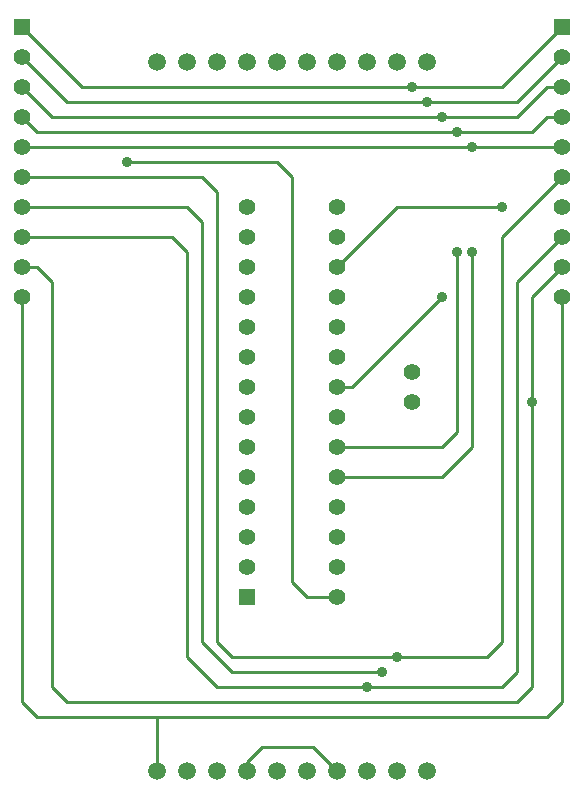
<source format=gtl>
G04 (created by PCBNEW (2013-07-07 BZR 4022)-stable) date 9/9/2014 6:41:59 PM*
%MOIN*%
G04 Gerber Fmt 3.4, Leading zero omitted, Abs format*
%FSLAX34Y34*%
G01*
G70*
G90*
G04 APERTURE LIST*
%ADD10C,0.00590551*%
%ADD11R,0.055X0.055*%
%ADD12C,0.055*%
%ADD13C,0.0590551*%
%ADD14C,0.035*%
%ADD15C,0.01*%
G04 APERTURE END LIST*
G54D10*
G54D11*
X37500Y-16000D03*
G54D12*
X37500Y-17000D03*
X37500Y-18000D03*
X37500Y-19000D03*
X37500Y-20000D03*
X37500Y-21000D03*
X37500Y-22000D03*
X37500Y-23000D03*
X37500Y-24000D03*
X37500Y-25000D03*
G54D11*
X19500Y-16000D03*
G54D12*
X19500Y-17000D03*
X19500Y-18000D03*
X19500Y-19000D03*
X19500Y-20000D03*
X19500Y-21000D03*
X19500Y-22000D03*
X19500Y-23000D03*
X19500Y-24000D03*
X19500Y-25000D03*
X27000Y-34000D03*
X27000Y-33000D03*
X27000Y-32000D03*
X27000Y-31000D03*
X27000Y-30000D03*
X27000Y-29000D03*
X27000Y-28000D03*
X27000Y-27000D03*
X27000Y-26000D03*
X27000Y-25000D03*
X27000Y-24000D03*
X27000Y-23000D03*
X27000Y-22000D03*
G54D11*
X27000Y-35000D03*
G54D12*
X30000Y-22000D03*
X30000Y-23000D03*
X30000Y-24000D03*
X30000Y-25000D03*
X30000Y-26000D03*
X30000Y-27000D03*
X30000Y-28000D03*
X30000Y-29000D03*
X30000Y-30000D03*
X30000Y-31000D03*
X30000Y-32000D03*
X30000Y-33000D03*
X30000Y-34000D03*
X30000Y-35000D03*
G54D13*
X27000Y-40811D03*
X26000Y-40811D03*
X25000Y-40811D03*
X24000Y-40811D03*
X28000Y-40811D03*
X29000Y-40811D03*
X30000Y-40811D03*
X31000Y-40811D03*
X32000Y-40811D03*
X33000Y-40811D03*
X33000Y-17188D03*
X32000Y-17188D03*
X31000Y-17188D03*
X30000Y-17188D03*
X29000Y-17188D03*
X28000Y-17188D03*
X27000Y-17188D03*
X26000Y-17188D03*
X25000Y-17188D03*
X24000Y-17188D03*
G54D12*
X32500Y-27500D03*
X32500Y-28500D03*
G54D14*
X34000Y-23500D03*
X34000Y-19500D03*
X23000Y-20500D03*
X33500Y-19000D03*
X33000Y-18500D03*
X32000Y-37000D03*
X31500Y-37500D03*
X35500Y-22000D03*
X31000Y-38000D03*
X32500Y-18000D03*
X34500Y-20000D03*
X34500Y-23500D03*
X36500Y-28500D03*
X33500Y-25000D03*
G54D15*
X30000Y-30000D02*
X33500Y-30000D01*
X34000Y-29500D02*
X33500Y-30000D01*
X34000Y-29500D02*
X34000Y-23500D01*
X19500Y-19000D02*
X20000Y-19500D01*
X37000Y-19000D02*
X37500Y-19000D01*
X36500Y-19500D02*
X37000Y-19000D01*
X34000Y-19500D02*
X36500Y-19500D01*
X20000Y-19500D02*
X34000Y-19500D01*
X30000Y-35000D02*
X29000Y-35000D01*
X29000Y-35000D02*
X28500Y-34500D01*
X28000Y-20500D02*
X23000Y-20500D01*
X28500Y-21000D02*
X28000Y-20500D01*
X28500Y-34500D02*
X28500Y-21000D01*
X27000Y-40811D02*
X27000Y-40500D01*
X29188Y-40000D02*
X30000Y-40811D01*
X27500Y-40000D02*
X29188Y-40000D01*
X27000Y-40500D02*
X27500Y-40000D01*
X19500Y-18000D02*
X20500Y-19000D01*
X37000Y-18000D02*
X37500Y-18000D01*
X36000Y-19000D02*
X37000Y-18000D01*
X33500Y-19000D02*
X36000Y-19000D01*
X20500Y-19000D02*
X33500Y-19000D01*
X19500Y-17000D02*
X21000Y-18500D01*
X36000Y-18500D02*
X37500Y-17000D01*
X33000Y-18500D02*
X36000Y-18500D01*
X21000Y-18500D02*
X33000Y-18500D01*
X19500Y-21000D02*
X25500Y-21000D01*
X32000Y-37000D02*
X35000Y-37000D01*
X35500Y-23000D02*
X37500Y-21000D01*
X35500Y-36500D02*
X35500Y-23000D01*
X35000Y-37000D02*
X35500Y-36500D01*
X26500Y-37000D02*
X32000Y-37000D01*
X26000Y-36500D02*
X26500Y-37000D01*
X26000Y-21500D02*
X26000Y-36500D01*
X25500Y-21000D02*
X26000Y-21500D01*
X19500Y-22000D02*
X25000Y-22000D01*
X25000Y-22000D02*
X25500Y-22500D01*
X26500Y-37500D02*
X31500Y-37500D01*
X25500Y-36500D02*
X26500Y-37500D01*
X25500Y-22500D02*
X25500Y-36500D01*
X30000Y-24000D02*
X32000Y-22000D01*
X32000Y-22000D02*
X35500Y-22000D01*
X31000Y-38000D02*
X35500Y-38000D01*
X36000Y-24500D02*
X37500Y-23000D01*
X36000Y-37500D02*
X36000Y-24500D01*
X35500Y-38000D02*
X36000Y-37500D01*
X26000Y-38000D02*
X31000Y-38000D01*
X25000Y-37000D02*
X26000Y-38000D01*
X19500Y-23000D02*
X24500Y-23000D01*
X24500Y-23000D02*
X25000Y-23500D01*
X25000Y-23500D02*
X25000Y-37000D01*
X19500Y-16000D02*
X21500Y-18000D01*
X35500Y-18000D02*
X37500Y-16000D01*
X32500Y-18000D02*
X35500Y-18000D01*
X21500Y-18000D02*
X32500Y-18000D01*
X34500Y-20000D02*
X37500Y-20000D01*
X19500Y-20000D02*
X34500Y-20000D01*
X30000Y-31000D02*
X33500Y-31000D01*
X34500Y-30000D02*
X33500Y-31000D01*
X34500Y-30000D02*
X34500Y-23500D01*
X36500Y-25000D02*
X37500Y-24000D01*
X20500Y-38000D02*
X21000Y-38500D01*
X21000Y-38500D02*
X36000Y-38500D01*
X19500Y-24000D02*
X20000Y-24000D01*
X20500Y-24500D02*
X20500Y-38000D01*
X20000Y-24000D02*
X20500Y-24500D01*
X36000Y-38500D02*
X36500Y-38000D01*
X36500Y-38000D02*
X36500Y-28500D01*
X36500Y-28500D02*
X36500Y-25000D01*
X37500Y-25000D02*
X37500Y-38500D01*
X37000Y-39000D02*
X24000Y-39000D01*
X37000Y-39000D02*
X37500Y-38500D01*
X19500Y-25000D02*
X19500Y-38500D01*
X19500Y-38500D02*
X20000Y-39000D01*
X24000Y-39000D02*
X24000Y-40811D01*
X20000Y-39000D02*
X24000Y-39000D01*
X30000Y-28000D02*
X30500Y-28000D01*
X30500Y-28000D02*
X33500Y-25000D01*
M02*

</source>
